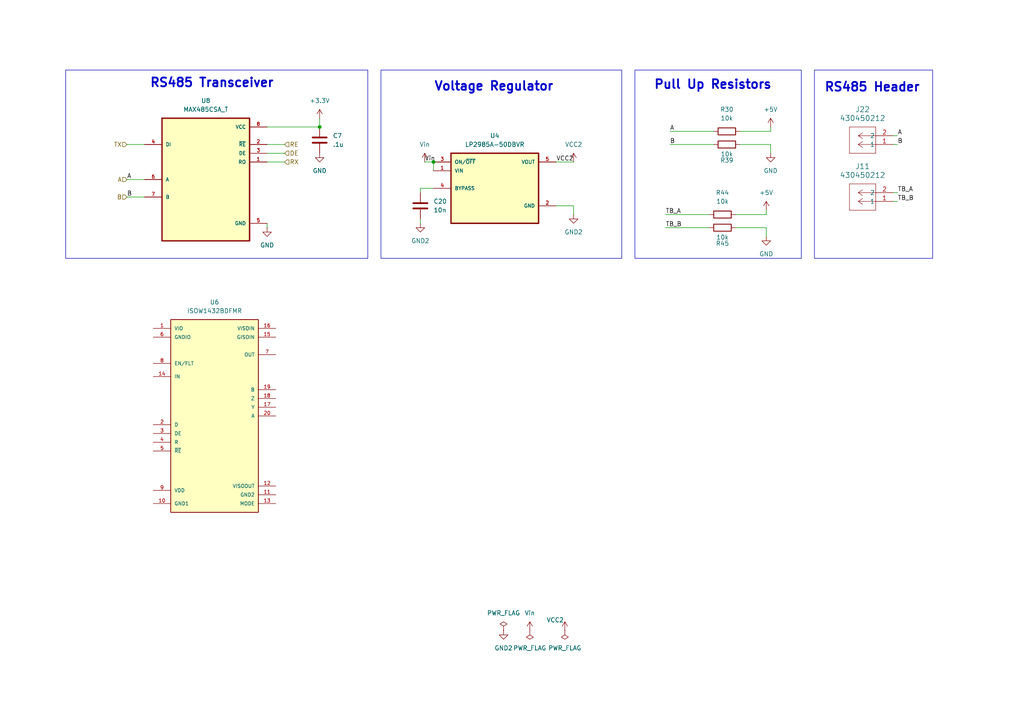
<source format=kicad_sch>
(kicad_sch (version 20231120) (generator "eeschema") (generator_version "8.0")
  (paper "A4")
  (lib_symbols
    (symbol "2024-10-13_01-19-49:430450212" (pin_names (offset 0.254))
      (property "Reference" "J" (at 8.89 6.35 0))
      (property "Value" "430450212" (at 0 0 0))
      (symbol "430450212_1_1"
        (polyline (pts (xy 5.08 -5.08) (xy 12.7 -5.08)) (stroke (width 0.127)))
        (polyline (pts (xy 5.08 2.54) (xy 5.08 -5.08)) (stroke (width 0.127)))
        (polyline (pts (xy 10.16 -2.54) (xy 5.08 -2.54)) (stroke (width 0.127)))
        (polyline (pts (xy 10.16 -2.54) (xy 8.89 -3.3867)) (stroke (width 0.127)))
        (polyline (pts (xy 10.16 -2.54) (xy 8.89 -1.6933)) (stroke (width 0.127)))
        (polyline (pts (xy 10.16 0) (xy 5.08 0)) (stroke (width 0.127)))
        (polyline (pts (xy 10.16 0) (xy 8.89 -0.8467)) (stroke (width 0.127)))
        (polyline (pts (xy 10.16 0) (xy 8.89 0.8467)) (stroke (width 0.127)))
        (polyline (pts (xy 12.7 -5.08) (xy 12.7 2.54)) (stroke (width 0.127)))
        (polyline (pts (xy 12.7 2.54) (xy 5.08 2.54)) (stroke (width 0.127)))
        (pin unspecified line (at 0 0 0) (length 5.08) (name "1") (number "1"))
        (pin unspecified line (at 0 -2.54 0) (length 5.08) (name "2") (number "2"))
      )
      (symbol "430450212_1_2"
        (polyline (pts (xy 5.08 -5.08) (xy 12.7 -5.08)) (stroke (width 0.127)))
        (polyline (pts (xy 5.08 2.54) (xy 5.08 -5.08)) (stroke (width 0.127)))
        (polyline (pts (xy 7.62 -2.54) (xy 5.08 -2.54)) (stroke (width 0.127)))
        (polyline (pts (xy 7.62 -2.54) (xy 8.89 -3.3867)) (stroke (width 0.127)))
        (polyline (pts (xy 7.62 -2.54) (xy 8.89 -1.6933)) (stroke (width 0.127)))
        (polyline (pts (xy 7.62 0) (xy 5.08 0)) (stroke (width 0.127)))
        (polyline (pts (xy 7.62 0) (xy 8.89 -0.8467)) (stroke (width 0.127)))
        (polyline (pts (xy 7.62 0) (xy 8.89 0.8467)) (stroke (width 0.127)))
        (polyline (pts (xy 12.7 -5.08) (xy 12.7 2.54)) (stroke (width 0.127)))
        (polyline (pts (xy 12.7 2.54) (xy 5.08 2.54)) (stroke (width 0.127)))
        (pin unspecified line (at 0 0 0) (length 5.08) (name "1") (number "1"))
        (pin unspecified line (at 0 -2.54 0) (length 5.08) (name "2") (number "2"))
      )
    )
    (symbol "Device:C" (pin_numbers hide) (pin_names (offset 0.254))
      (property "Reference" "C" (at 0.635 2.54 0))
      (property "Value" "C" (at 0.635 -2.54 0))
      (symbol "C_0_1"
        (polyline (pts (xy -2.032 -0.762) (xy 2.032 -0.762)) (stroke (width 0.508)))
        (polyline (pts (xy -2.032 0.762) (xy 2.032 0.762)) (stroke (width 0.508)))
      )
      (symbol "C_1_1"
        (pin passive line (at 0 3.81 270) (length 2.794) (name "~") (number "1"))
        (pin passive line (at 0 -3.81 90) (length 2.794) (name "~") (number "2"))
      )
    )
    (symbol "Device:R" (pin_numbers hide) (pin_names (offset 0))
      (property "Reference" "R" (at 2.032 0 90))
      (property "Value" "R" (at 0 0 90))
      (symbol "R_0_1"
        (rectangle (start -1.016 -2.54) (end 1.016 2.54) (stroke (width 0.254)))
      )
      (symbol "R_1_1"
        (pin passive line (at 0 3.81 270) (length 1.27) (name "~") (number "1"))
        (pin passive line (at 0 -3.81 90) (length 1.27) (name "~") (number "2"))
      )
    )
    (symbol "ISOW1432BDFMR:ISOW1432BDFMR" (pin_names (offset 1.016))
      (property "Reference" "U6" (at 0 33.02 0))
      (property "Value" "ISOW1432BDFMR" (at 0 30.48 0))
      (symbol "ISOW1432BDFMR_0_0"
        (rectangle (start -12.7 27.94) (end 12.7 -27.94) (stroke (width 0.254)) (fill (type background)))
        (pin power_in line (at -17.78 25.4 0) (length 5.08) (name "VIO") (number "1"))
        (pin power_in line (at -17.78 -25.4 0) (length 5.08) (name "GND1") (number "10"))
        (pin power_in line (at 17.78 -22.86 180) (length 5.08) (name "GND2") (number "11"))
        (pin power_in line (at 17.78 -20.32 180) (length 5.08) (name "VISOOUT") (number "12"))
        (pin input line (at 17.78 -25.4 180) (length 5.08) (name "MODE") (number "13"))
        (pin input line (at -17.78 11.43 0) (length 5.08) (name "IN") (number "14"))
        (pin power_in line (at 17.78 22.86 180) (length 5.08) (name "GISOIN") (number "15"))
        (pin power_in line (at 17.78 25.4 180) (length 5.08) (name "VISOIN") (number "16"))
        (pin output line (at 17.78 2.54 180) (length 5.08) (name "Y") (number "17"))
        (pin output line (at 17.78 5.08 180) (length 5.08) (name "Z") (number "18"))
        (pin input line (at 17.78 7.62 180) (length 5.08) (name "B") (number "19"))
        (pin input line (at -17.78 -2.54 0) (length 5.08) (name "D") (number "2"))
        (pin input line (at 17.78 0 180) (length 5.08) (name "A") (number "20"))
        (pin input line (at -17.78 -5.08 0) (length 5.08) (name "DE") (number "3"))
        (pin bidirectional line (at -17.78 -7.62 0) (length 5.08) (name "R") (number "4"))
        (pin input line (at -17.78 -10.16 0) (length 5.08) (name "~{RE}") (number "5"))
        (pin power_in line (at -17.78 22.86 0) (length 5.08) (name "GNDIO") (number "6"))
        (pin output line (at 17.78 17.78 180) (length 5.08) (name "OUT") (number "7"))
        (pin bidirectional line (at -17.78 15.24 0) (length 5.08) (name "EN/FLT") (number "8"))
        (pin power_in line (at -17.78 -21.59 0) (length 5.08) (name "VDD") (number "9"))
      )
    )
    (symbol "LP2985A-50DBVR:LP2985A-50DBVR" (pin_names (offset 1.016))
      (property "Reference" "U" (at -12.7 11.16 0))
      (property "Value" "LP2985A-50DBVR" (at -12.7 -14.16 0))
      (symbol "LP2985A-50DBVR_0_0"
        (rectangle (start -12.7 -10.16) (end 12.7 10.16) (stroke (width 0.41)) (fill (type background)))
        (pin input line (at -17.78 5.08 0) (length 5.08) (name "VIN") (number "1"))
        (pin power_in line (at 17.78 -5.08 180) (length 5.08) (name "GND") (number "2"))
        (pin input line (at -17.78 7.62 0) (length 5.08) (name "ON/~{OFF}") (number "3"))
        (pin bidirectional line (at -17.78 0 0) (length 5.08) (name "BYPASS") (number "4"))
        (pin output line (at 17.78 7.62 180) (length 5.08) (name "VOUT") (number "5"))
      )
    )
    (symbol "MAX485CSA_T:MAX485CSA_T" (pin_names (offset 1.016))
      (property "Reference" "U" (at -12.7 18.78 0))
      (property "Value" "MAX485CSA_T" (at -12.7 -21.78 0))
      (symbol "MAX485CSA_T_0_0"
        (rectangle (start -12.7 -17.78) (end 12.7 17.78) (stroke (width 0.41)) (fill (type background)))
        (pin output line (at 17.78 5.08 180) (length 5.08) (name "RO") (number "1"))
        (pin output line (at 17.78 10.16 180) (length 5.08) (name "~{RE}") (number "2"))
        (pin output line (at 17.78 7.62 180) (length 5.08) (name "DE") (number "3"))
        (pin input line (at -17.78 10.16 0) (length 5.08) (name "DI") (number "4"))
        (pin power_in line (at 17.78 -12.7 180) (length 5.08) (name "GND") (number "5"))
        (pin bidirectional line (at -17.78 0 0) (length 5.08) (name "A") (number "6"))
        (pin bidirectional line (at -17.78 -5.08 0) (length 5.08) (name "B") (number "7"))
        (pin power_in line (at 17.78 15.24 180) (length 5.08) (name "VCC") (number "8"))
      )
    )
    (symbol "power:+3.3V" (power) (pin_numbers hide) (pin_names (offset 0) hide)
      (property "Value" "+3.3V" (at 0 3.556 0))
      (symbol "+3.3V_0_1"
        (polyline (pts (xy -0.762 1.27) (xy 0 2.54)))
        (polyline (pts (xy 0 0) (xy 0 2.54)))
        (polyline (pts (xy 0 2.54) (xy 0.762 1.27)))
      )
      (symbol "+3.3V_1_1"
        (pin power_in line (at 0 0 90) (length 0) (name "~") (number "1"))
      )
    )
    (symbol "power:+5V" (power) (pin_numbers hide) (pin_names (offset 0) hide)
      (property "Value" "+5V" (at 0 3.556 0))
      (symbol "+5V_0_1"
        (polyline (pts (xy -0.762 1.27) (xy 0 2.54)))
        (polyline (pts (xy 0 0) (xy 0 2.54)))
        (polyline (pts (xy 0 2.54) (xy 0.762 1.27)))
      )
      (symbol "+5V_1_1"
        (pin power_in line (at 0 0 90) (length 0) (name "~") (number "1"))
      )
    )
    (symbol "power:GND" (power) (pin_numbers hide) (pin_names (offset 0) hide)
      (property "Value" "GND" (at 0 -3.81 0))
      (symbol "GND_0_1"
        (polyline (pts (xy 0 0) (xy 0 -1.27) (xy 1.27 -1.27) (xy 0 -2.54) (xy -1.27 -1.27) (xy 0 -1.27)))
      )
      (symbol "GND_1_1"
        (pin power_in line (at 0 0 270) (length 0) (name "~") (number "1"))
      )
    )
    (symbol "power:GND2" (power) (pin_numbers hide) (pin_names (offset 0) hide)
      (property "Value" "GND2" (at 0 -3.81 0))
      (symbol "GND2_0_1"
        (polyline (pts (xy 0 0) (xy 0 -1.27) (xy 1.27 -1.27) (xy 0 -2.54) (xy -1.27 -1.27) (xy 0 -1.27)))
      )
      (symbol "GND2_1_1"
        (pin power_in line (at 0 0 270) (length 0) (name "~") (number "1"))
      )
    )
    (symbol "power:PWR_FLAG" (power) (pin_numbers hide) (pin_names (offset 0) hide)
      (property "Value" "PWR_FLAG" (at 0 3.81 0))
      (symbol "PWR_FLAG_0_0"
        (pin power_out line (at 0 0 90) (length 0) (name "~") (number "1"))
      )
      (symbol "PWR_FLAG_0_1"
        (polyline (pts (xy 0 0) (xy 0 1.27) (xy -1.016 1.905) (xy 0 2.54) (xy 1.016 1.905) (xy 0 1.27)))
      )
    )
    (symbol "power:VCC" (power) (pin_numbers hide) (pin_names (offset 0) hide)
      (property "Value" "VCC" (at 0 3.556 0))
      (symbol "VCC_0_1"
        (polyline (pts (xy -0.762 1.27) (xy 0 2.54)))
        (polyline (pts (xy 0 0) (xy 0 2.54)))
        (polyline (pts (xy 0 2.54) (xy 0.762 1.27)))
      )
      (symbol "VCC_1_1"
        (pin power_in line (at 0 0 90) (length 0) (name "~") (number "1"))
      )
    )
  )
  (junction (at 125.73 46.99))
  (junction (at 92.71 36.83))
  (wire (pts (xy 194.31 41.91) (xy 207.01 41.91)))
  (wire (pts (xy 259.08 41.91) (xy 260.35 41.91)))
  (wire (pts (xy 194.31 38.1) (xy 207.01 38.1)))
  (wire (pts (xy 259.08 58.42) (xy 260.35 58.42)))
  (wire (pts (xy 259.08 39.37) (xy 260.35 39.37)))
  (wire (pts (xy 213.36 62.23) (xy 222.25 62.23)))
  (wire (pts (xy 166.37 59.69) (xy 166.37 62.23)))
  (wire (pts (xy 125.73 54.61) (xy 121.92 54.61)))
  (wire (pts (xy 121.92 63.5) (xy 121.92 64.77)))
  (wire (pts (xy 77.47 36.83) (xy 92.71 36.83)))
  (wire (pts (xy 223.52 36.83) (xy 223.52 38.1)))
  (wire (pts (xy 214.63 38.1) (xy 223.52 38.1)))
  (wire (pts (xy 123.19 46.99) (xy 125.73 46.99)))
  (wire (pts (xy 213.36 66.04) (xy 222.25 66.04)))
  (wire (pts (xy 36.83 41.91) (xy 41.91 41.91)))
  (wire (pts (xy 36.83 52.07) (xy 41.91 52.07)))
  (wire (pts (xy 223.52 41.91) (xy 223.52 44.45)))
  (wire (pts (xy 77.47 44.45) (xy 82.55 44.45)))
  (wire (pts (xy 214.63 41.91) (xy 223.52 41.91)))
  (wire (pts (xy 77.47 64.77) (xy 77.47 66.04)))
  (wire (pts (xy 77.47 46.99) (xy 82.55 46.99)))
  (wire (pts (xy 125.73 46.99) (xy 125.73 49.53)))
  (wire (pts (xy 36.83 57.15) (xy 41.91 57.15)))
  (wire (pts (xy 77.47 41.91) (xy 82.55 41.91)))
  (wire (pts (xy 161.29 46.99) (xy 166.37 46.99)))
  (wire (pts (xy 121.92 54.61) (xy 121.92 55.88)))
  (wire (pts (xy 259.08 55.88) (xy 260.35 55.88)))
  (wire (pts (xy 193.04 62.23) (xy 205.74 62.23)))
  (wire (pts (xy 193.04 66.04) (xy 205.74 66.04)))
  (wire (pts (xy 92.71 34.29) (xy 92.71 36.83)))
  (wire (pts (xy 161.29 59.69) (xy 166.37 59.69)))
  (wire (pts (xy 222.25 66.04) (xy 222.25 68.58)))
  (wire (pts (xy 222.25 60.96) (xy 222.25 62.23)))
  (rectangle (start 110.49 20.32) (end 180.34 74.93))
  (rectangle (start 19.05 20.32) (end 106.68 74.93))
  (rectangle (start 236.22 20.32) (end 270.51 74.93))
  (rectangle (start 184.15 20.32) (end 232.41 74.93))
  (text "RS485 Header" (at 252.984 25.4 0) (effects (font (size 2.54 2.54) (thickness 0.508) (bold yes))))
  (text "Pull Up Resistors" (at 206.756 24.638 0) (effects (font (size 2.54 2.54) (thickness 0.508) (bold yes))))
  (text "RS485 Transceiver" (at 61.468 24.13 0) (effects (font (size 2.54 2.54) (thickness 0.508) (bold yes))))
  (text "Voltage Regulator" (at 143.256 25.146 0) (effects (font (size 2.54 2.54) (thickness 0.508) (bold yes))))
  (label "TB_A" (at 193.04 62.23 0))
  (label "TB_B" (at 193.04 66.04 0))
  (label "TB_B" (at 260.35 58.42 0))
  (label "B" (at 260.35 41.91 0))
  (label "Vin" (at 123.19 46.99 0))
  (label "A" (at 36.83 52.07 0) (effects (font (thickness 0.1588))))
  (label "A" (at 260.35 39.37 0))
  (label "A" (at 194.31 38.1 0))
  (label "B" (at 36.83 57.15 0))
  (label "VCC2" (at 166.37 46.99 180))
  (label "B" (at 194.31 41.91 0))
  (label "TB_A" (at 260.35 55.88 0))
  (hierarchical_label "RX" (shape input) (at 82.55 46.99 0))
  (hierarchical_label "TX" (shape input) (at 36.83 41.91 180))
  (hierarchical_label "B" (shape input) (at 36.83 57.15 180))
  (hierarchical_label "A" (shape input) (at 36.83 52.07 180))
  (hierarchical_label "RE" (shape input) (at 82.55 41.91 0))
  (hierarchical_label "DE" (shape input) (at 82.55 44.45 0))
  (symbol (lib_id "2024-10-13_01-19-49:430450212") (at 259.08 41.91 180) (unit 1)
    (property "Reference" "J22" (at 250.19 31.75 0) (effects (font (size 1.524 1.524))))
    (property "Value" "430450212" (at 250.19 34.29 0) (effects (font (size 1.524 1.524))))
    (property "Footprint" "RS485-Header:CON_430450212_MOL" (effects (hide yes)))
    (property "Datasheet" "430450212" (effects (hide yes)))
  )
  (symbol (lib_id "power:GND") (at 223.52 44.45 0) (unit 1)
    (property "Reference" "#PWR062" (effects (hide yes)))
    (property "Value" "GND" (at 223.52 49.53 0))
    (property "Description" "Power symbol creates a global label with name \"GND\" , ground" (effects (hide yes)))
  )
  (symbol (lib_id "power:+5V") (at 222.25 60.96 0) (unit 1)
    (property "Reference" "#PWR063" (effects (hide yes)))
    (property "Value" "+5V" (at 222.25 55.88 0))
    (property "Description" "Power symbol creates a global label with name \"+5V\"" (effects (hide yes)))
  )
  (symbol (lib_id "Device:R") (at 210.82 41.91 90) (unit 1)
    (property "Reference" "R39" (at 210.82 46.482 90))
    (property "Value" "10k" (at 210.82 44.704 90))
    (property "Footprint" "Resistor_SMD:R_0805_2012Metric" (effects (hide yes)))
    (property "Description" "Resistor" (effects (hide yes)))
  )
  (symbol (lib_id "Device:R") (at 209.55 62.23 90) (unit 1)
    (property "Reference" "R44" (at 209.55 55.88 90))
    (property "Value" "10k" (at 209.55 58.42 90))
    (property "Footprint" "Resistor_SMD:R_0805_2012Metric" (effects (hide yes)))
    (property "Description" "Resistor" (effects (hide yes)))
  )
  (symbol (lib_id "Device:R") (at 210.82 38.1 90) (unit 1)
    (property "Reference" "R30" (at 210.82 31.75 90))
    (property "Value" "10k" (at 210.82 34.29 90))
    (property "Footprint" "Resistor_SMD:R_0805_2012Metric" (effects (hide yes)))
    (property "Description" "Resistor" (effects (hide yes)))
  )
  (symbol (lib_id "power:PWR_FLAG") (at 146.05 182.88 0) (unit 1)
    (property "Reference" "#FLG05" (effects (hide yes)))
    (property "Value" "PWR_FLAG" (at 146.05 177.8 0))
    (property "Description" "Special symbol for telling ERC where power comes from" (effects (hide yes)))
  )
  (symbol (lib_id "Device:R") (at 209.55 66.04 90) (unit 1)
    (property "Reference" "R45" (at 209.55 70.612 90))
    (property "Value" "10k" (at 209.55 68.834 90))
    (property "Footprint" "Resistor_SMD:R_0805_2012Metric" (effects (hide yes)))
    (property "Description" "Resistor" (effects (hide yes)))
  )
  (symbol (lib_id "power:PWR_FLAG") (at 163.83 182.88 180) (unit 1)
    (property "Reference" "#FLG07" (effects (hide yes)))
    (property "Value" "PWR_FLAG" (at 163.83 187.96 0))
    (property "Description" "Special symbol for telling ERC where power comes from" (effects (hide yes)))
  )
  (symbol (lib_id "power:GND") (at 92.71 44.45 0) (unit 1)
    (property "Reference" "#PWR011" (effects (hide yes)))
    (property "Value" "GND" (at 92.71 49.53 0))
    (property "Description" "Power symbol creates a global label with name \"GND\" , ground" (effects (hide yes)))
  )
  (symbol (lib_id "power:GND") (at 222.25 68.58 0) (unit 1)
    (property "Reference" "#PWR064" (effects (hide yes)))
    (property "Value" "GND" (at 222.25 73.66 0))
    (property "Description" "Power symbol creates a global label with name \"GND\" , ground" (effects (hide yes)))
  )
  (symbol (lib_id "power:+5V") (at 223.52 36.83 0) (unit 1)
    (property "Reference" "#PWR060" (effects (hide yes)))
    (property "Value" "+5V" (at 223.52 31.75 0))
    (property "Description" "Power symbol creates a global label with name \"+5V\"" (effects (hide yes)))
  )
  (symbol (lib_id "power:VCC") (at 153.67 182.88 0) (unit 1)
    (property "Reference" "#PWR0162" (effects (hide yes)))
    (property "Value" "Vin" (at 153.67 177.8 0))
    (property "Description" "Power symbol creates a global label with name \"VCC\"" (effects (hide yes)))
  )
  (symbol (lib_id "power:VCC") (at 166.37 46.99 0) (unit 1)
    (property "Reference" "#PWR0159" (effects (hide yes)))
    (property "Value" "VCC2" (at 166.37 41.91 0))
    (property "Description" "Power symbol creates a global label with name \"VCC\"" (effects (hide yes)))
  )
  (symbol (lib_id "power:VCC") (at 163.83 182.88 0) (unit 1)
    (property "Reference" "#PWR0163" (effects (hide yes)))
    (property "Value" "VCC2" (at 161.036 179.832 0))
    (property "Description" "Power symbol creates a global label with name \"VCC\"" (effects (hide yes)))
  )
  (symbol (lib_id "2024-10-13_01-19-49:430450212") (at 259.08 58.42 180) (unit 1)
    (property "Reference" "J11" (at 250.19 48.26 0) (effects (font (size 1.524 1.524))))
    (property "Value" "430450212" (at 250.19 50.8 0) (effects (font (size 1.524 1.524))))
    (property "Footprint" "RS485-Header:CON_430450212_MOL" (effects (hide yes)))
    (property "Datasheet" "430450212" (effects (hide yes)))
  )
  (symbol (lib_id "LP2985A-50DBVR:LP2985A-50DBVR") (at 143.51 54.61 0) (unit 1)
    (property "Reference" "U4" (at 143.51 39.37 0))
    (property "Value" "LP2985A-50DBVR" (at 143.51 41.91 0))
    (property "Footprint" "LP2985A_50DBVR:SOT95P280X145-5N" (effects (hide yes)))
    (property "Datasheet" "https://www.ti.com/lit/ds/symlink/lp2985.pdf?HQS=dis-dk-null-digikeymode-dsf-pf-null-wwe&ts=1730468281230&ref_url=https%253A%252F%252Fwww.ti.com%252Fgeneral%252Fdocs%252Fsuppproductinfo.tsp%253FdistId%253D10%2526gotoUrl%253Dhttps%253A%252F%252Fwww.ti.com%252Flit%252Fgpn%252Flp2985" (effects (hide yes)))
  )
  (symbol (lib_id "ISOW1432BDFMR:ISOW1432BDFMR") (at 62.23 120.65 0) (unit 1)
    (property "Reference" "U6" (at 62.23 87.63 0))
    (property "Value" "ISOW1432BDFMR" (at 62.23 90.17 0))
    (property "Footprint" "ISOW1432BDFMR:SOIC127P1030X355-20N" (effects (hide yes)))
    (property "MF" "Texas Instruments" (effects (hide yes)))
    (property "MAXIMUM_PACKAGE_HEIGHT" "3.50mm" (effects (hide yes)))
    (property "Package" "None" (effects (hide yes)))
    (property "Price" "None" (effects (hide yes)))
    (property "Check_prices" "https://www.snapeda.com/parts/ISOW1432BDFMR/Texas+Instruments/view-part/?ref=eda" (effects (hide yes)))
    (property "STANDARD" "IPC-7351B" (effects (hide yes)))
    (property "PARTREV" "B" (effects (hide yes)))
    (property "SnapEDA_Link" "https://www.snapeda.com/parts/ISOW1432BDFMR/Texas+Instruments/view-part/?ref=snap" (effects (hide yes)))
    (property "MP" "ISOW1432BDFMR" (effects (hide yes)))
    (property "Description_1" "\n                        \n                            Low emissions, 5-kVrms, 12-Mbps isolated RS-485 transceiver with integrated DC/DC converter\n                        \n" (effects (hide yes)))
    (property "Availability" "In Stock" (effects (hide yes)))
    (property "MANUFACTURER" "Texas Instruments" (effects (hide yes)))
  )
  (symbol (lib_id "power:GND2") (at 166.37 62.23 0) (unit 1)
    (property "Reference" "#PWR045" (effects (hide yes)))
    (property "Value" "GND2" (at 166.37 67.31 0))
    (property "Description" "Power symbol creates a global label with name \"GND2\" , ground" (effects (hide yes)))
  )
  (symbol (lib_id "power:VCC") (at 123.19 46.99 0) (unit 1)
    (property "Reference" "#PWR0158" (effects (hide yes)))
    (property "Value" "Vin" (at 123.19 41.91 0))
    (property "Description" "Power symbol creates a global label with name \"VCC\"" (effects (hide yes)))
  )
  (symbol (lib_id "Device:C") (at 121.92 59.69 0) (unit 1)
    (property "Reference" "C20" (at 125.73 58.4199 0) (effects (justify left)))
    (property "Value" "10n" (at 125.73 60.9599 0) (effects (justify left)))
    (property "Footprint" "Capacitor_SMD:C_0805_2012Metric" (effects (hide yes)))
    (property "Description" "Unpolarized capacitor" (effects (hide yes)))
  )
  (symbol (lib_id "power:GND2") (at 146.05 182.88 0) (unit 1)
    (property "Reference" "#PWR0161" (effects (hide yes)))
    (property "Value" "GND2" (at 146.05 187.96 0))
    (property "Description" "Power symbol creates a global label with name \"GND2\" , ground" (effects (hide yes)))
  )
  (symbol (lib_id "power:GND") (at 77.47 66.04 0) (unit 1)
    (property "Reference" "#PWR036" (effects (hide yes)))
    (property "Value" "GND" (at 77.47 71.12 0))
    (property "Description" "Power symbol creates a global label with name \"GND\" , ground" (effects (hide yes)))
  )
  (symbol (lib_id "Device:C") (at 92.71 40.64 0) (unit 1)
    (property "Reference" "C7" (at 96.52 39.3699 0) (effects (justify left)))
    (property "Value" ".1u" (at 96.52 41.9099 0) (effects (justify left)))
    (property "Footprint" "Capacitor_SMD:C_0805_2012Metric" (effects (hide yes)))
    (property "Description" "Unpolarized capacitor" (effects (hide yes)))
  )
  (symbol (lib_id "power:PWR_FLAG") (at 153.67 182.88 180) (unit 1)
    (property "Reference" "#FLG06" (effects (hide yes)))
    (property "Value" "PWR_FLAG" (at 153.67 187.96 0))
    (property "Description" "Special symbol for telling ERC where power comes from" (effects (hide yes)))
  )
  (symbol (lib_id "power:GND2") (at 121.92 64.77 0) (unit 1)
    (property "Reference" "#PWR038" (effects (hide yes)))
    (property "Value" "GND2" (at 121.92 69.85 0))
    (property "Description" "Power symbol creates a global label with name \"GND2\" , ground" (effects (hide yes)))
  )
  (symbol (lib_id "MAX485CSA_T:MAX485CSA_T") (at 59.69 52.07 0) (unit 1)
    (property "Reference" "U8" (at 59.69 29.21 0))
    (property "Value" "MAX485CSA_T" (at 59.69 31.75 0))
    (property "Footprint" "MAX485CSA_T:SOIC127P600X175-8N" (effects (hide yes)))
  )
  (symbol (lib_id "power:+3.3V") (at 92.71 34.29 0) (unit 1)
    (property "Reference" "#PWR0133" (effects (hide yes)))
    (property "Value" "+3.3V" (at 92.71 29.21 0))
    (property "Description" "Power symbol creates a global label with name \"+3.3V\"" (effects (hide yes)))
  )
)
</source>
